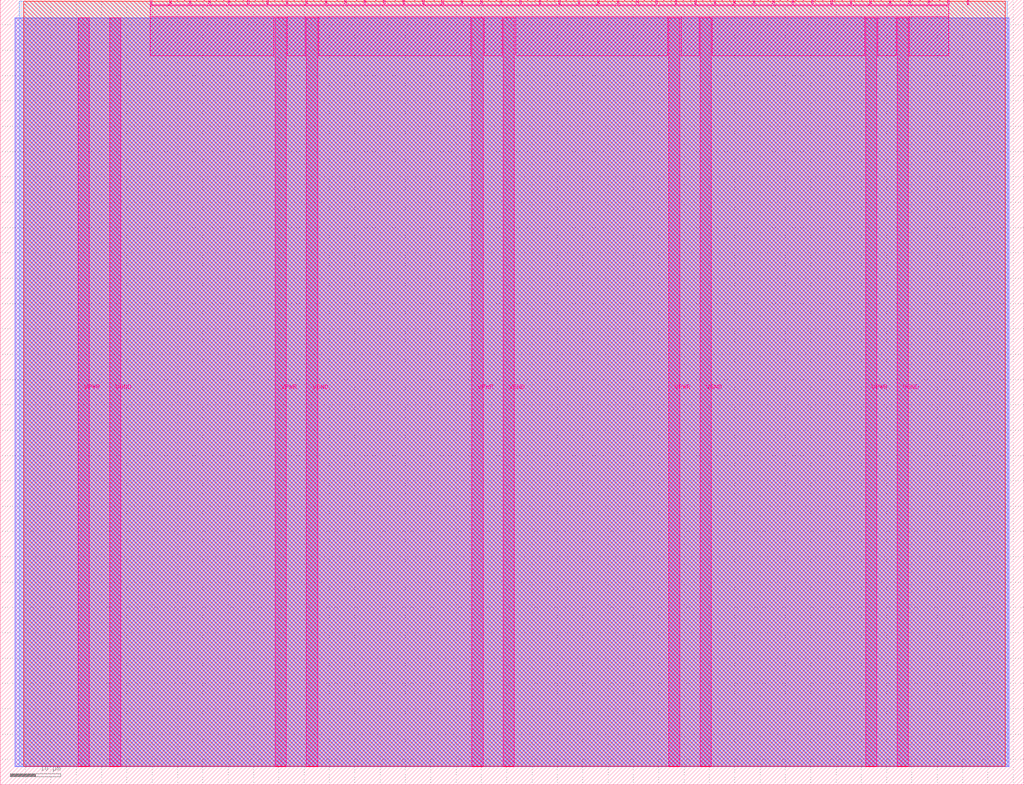
<source format=lef>
VERSION 5.7 ;
  NOWIREEXTENSIONATPIN ON ;
  DIVIDERCHAR "/" ;
  BUSBITCHARS "[]" ;
MACRO tt_um_kailinsley
  CLASS BLOCK ;
  FOREIGN tt_um_kailinsley ;
  ORIGIN 0.000 0.000 ;
  SIZE 202.080 BY 154.980 ;
  PIN VGND
    DIRECTION INOUT ;
    USE GROUND ;
    PORT
      LAYER Metal5 ;
        RECT 21.580 3.560 23.780 151.420 ;
    END
    PORT
      LAYER Metal5 ;
        RECT 60.450 3.560 62.650 151.420 ;
    END
    PORT
      LAYER Metal5 ;
        RECT 99.320 3.560 101.520 151.420 ;
    END
    PORT
      LAYER Metal5 ;
        RECT 138.190 3.560 140.390 151.420 ;
    END
    PORT
      LAYER Metal5 ;
        RECT 177.060 3.560 179.260 151.420 ;
    END
  END VGND
  PIN VPWR
    DIRECTION INOUT ;
    USE POWER ;
    PORT
      LAYER Metal5 ;
        RECT 15.380 3.560 17.580 151.420 ;
    END
    PORT
      LAYER Metal5 ;
        RECT 54.250 3.560 56.450 151.420 ;
    END
    PORT
      LAYER Metal5 ;
        RECT 93.120 3.560 95.320 151.420 ;
    END
    PORT
      LAYER Metal5 ;
        RECT 131.990 3.560 134.190 151.420 ;
    END
    PORT
      LAYER Metal5 ;
        RECT 170.860 3.560 173.060 151.420 ;
    END
  END VPWR
  PIN clk
    DIRECTION INPUT ;
    USE SIGNAL ;
    ANTENNAGATEAREA 0.213200 ;
    PORT
      LAYER Metal5 ;
        RECT 187.050 153.980 187.350 154.980 ;
    END
  END clk
  PIN ena
    DIRECTION INPUT ;
    USE SIGNAL ;
    PORT
      LAYER Metal5 ;
        RECT 190.890 153.980 191.190 154.980 ;
    END
  END ena
  PIN rst_n
    DIRECTION INPUT ;
    USE SIGNAL ;
    ANTENNAGATEAREA 0.527800 ;
    PORT
      LAYER Metal5 ;
        RECT 183.210 153.980 183.510 154.980 ;
    END
  END rst_n
  PIN ui_in[0]
    DIRECTION INPUT ;
    USE SIGNAL ;
    ANTENNAGATEAREA 0.180700 ;
    PORT
      LAYER Metal5 ;
        RECT 179.370 153.980 179.670 154.980 ;
    END
  END ui_in[0]
  PIN ui_in[1]
    DIRECTION INPUT ;
    USE SIGNAL ;
    ANTENNAGATEAREA 0.180700 ;
    PORT
      LAYER Metal5 ;
        RECT 175.530 153.980 175.830 154.980 ;
    END
  END ui_in[1]
  PIN ui_in[2]
    DIRECTION INPUT ;
    USE SIGNAL ;
    ANTENNAGATEAREA 0.180700 ;
    PORT
      LAYER Metal5 ;
        RECT 171.690 153.980 171.990 154.980 ;
    END
  END ui_in[2]
  PIN ui_in[3]
    DIRECTION INPUT ;
    USE SIGNAL ;
    ANTENNAGATEAREA 0.180700 ;
    PORT
      LAYER Metal5 ;
        RECT 167.850 153.980 168.150 154.980 ;
    END
  END ui_in[3]
  PIN ui_in[4]
    DIRECTION INPUT ;
    USE SIGNAL ;
    ANTENNAGATEAREA 0.180700 ;
    PORT
      LAYER Metal5 ;
        RECT 164.010 153.980 164.310 154.980 ;
    END
  END ui_in[4]
  PIN ui_in[5]
    DIRECTION INPUT ;
    USE SIGNAL ;
    ANTENNAGATEAREA 0.180700 ;
    PORT
      LAYER Metal5 ;
        RECT 160.170 153.980 160.470 154.980 ;
    END
  END ui_in[5]
  PIN ui_in[6]
    DIRECTION INPUT ;
    USE SIGNAL ;
    ANTENNAGATEAREA 0.213200 ;
    PORT
      LAYER Metal5 ;
        RECT 156.330 153.980 156.630 154.980 ;
    END
  END ui_in[6]
  PIN ui_in[7]
    DIRECTION INPUT ;
    USE SIGNAL ;
    ANTENNAGATEAREA 0.213200 ;
    PORT
      LAYER Metal5 ;
        RECT 152.490 153.980 152.790 154.980 ;
    END
  END ui_in[7]
  PIN uio_in[0]
    DIRECTION INPUT ;
    USE SIGNAL ;
    PORT
      LAYER Metal5 ;
        RECT 148.650 153.980 148.950 154.980 ;
    END
  END uio_in[0]
  PIN uio_in[1]
    DIRECTION INPUT ;
    USE SIGNAL ;
    PORT
      LAYER Metal5 ;
        RECT 144.810 153.980 145.110 154.980 ;
    END
  END uio_in[1]
  PIN uio_in[2]
    DIRECTION INPUT ;
    USE SIGNAL ;
    PORT
      LAYER Metal5 ;
        RECT 140.970 153.980 141.270 154.980 ;
    END
  END uio_in[2]
  PIN uio_in[3]
    DIRECTION INPUT ;
    USE SIGNAL ;
    PORT
      LAYER Metal5 ;
        RECT 137.130 153.980 137.430 154.980 ;
    END
  END uio_in[3]
  PIN uio_in[4]
    DIRECTION INPUT ;
    USE SIGNAL ;
    PORT
      LAYER Metal5 ;
        RECT 133.290 153.980 133.590 154.980 ;
    END
  END uio_in[4]
  PIN uio_in[5]
    DIRECTION INPUT ;
    USE SIGNAL ;
    PORT
      LAYER Metal5 ;
        RECT 129.450 153.980 129.750 154.980 ;
    END
  END uio_in[5]
  PIN uio_in[6]
    DIRECTION INPUT ;
    USE SIGNAL ;
    PORT
      LAYER Metal5 ;
        RECT 125.610 153.980 125.910 154.980 ;
    END
  END uio_in[6]
  PIN uio_in[7]
    DIRECTION INPUT ;
    USE SIGNAL ;
    PORT
      LAYER Metal5 ;
        RECT 121.770 153.980 122.070 154.980 ;
    END
  END uio_in[7]
  PIN uio_oe[0]
    DIRECTION OUTPUT ;
    USE SIGNAL ;
    ANTENNADIFFAREA 0.299200 ;
    PORT
      LAYER Metal5 ;
        RECT 56.490 153.980 56.790 154.980 ;
    END
  END uio_oe[0]
  PIN uio_oe[1]
    DIRECTION OUTPUT ;
    USE SIGNAL ;
    ANTENNADIFFAREA 0.299200 ;
    PORT
      LAYER Metal5 ;
        RECT 52.650 153.980 52.950 154.980 ;
    END
  END uio_oe[1]
  PIN uio_oe[2]
    DIRECTION OUTPUT ;
    USE SIGNAL ;
    ANTENNADIFFAREA 0.299200 ;
    PORT
      LAYER Metal5 ;
        RECT 48.810 153.980 49.110 154.980 ;
    END
  END uio_oe[2]
  PIN uio_oe[3]
    DIRECTION OUTPUT ;
    USE SIGNAL ;
    ANTENNADIFFAREA 0.299200 ;
    PORT
      LAYER Metal5 ;
        RECT 44.970 153.980 45.270 154.980 ;
    END
  END uio_oe[3]
  PIN uio_oe[4]
    DIRECTION OUTPUT ;
    USE SIGNAL ;
    ANTENNADIFFAREA 0.299200 ;
    PORT
      LAYER Metal5 ;
        RECT 41.130 153.980 41.430 154.980 ;
    END
  END uio_oe[4]
  PIN uio_oe[5]
    DIRECTION OUTPUT ;
    USE SIGNAL ;
    ANTENNADIFFAREA 0.299200 ;
    PORT
      LAYER Metal5 ;
        RECT 37.290 153.980 37.590 154.980 ;
    END
  END uio_oe[5]
  PIN uio_oe[6]
    DIRECTION OUTPUT ;
    USE SIGNAL ;
    ANTENNADIFFAREA 0.299200 ;
    PORT
      LAYER Metal5 ;
        RECT 33.450 153.980 33.750 154.980 ;
    END
  END uio_oe[6]
  PIN uio_oe[7]
    DIRECTION OUTPUT ;
    USE SIGNAL ;
    ANTENNADIFFAREA 0.299200 ;
    PORT
      LAYER Metal5 ;
        RECT 29.610 153.980 29.910 154.980 ;
    END
  END uio_oe[7]
  PIN uio_out[0]
    DIRECTION OUTPUT ;
    USE SIGNAL ;
    ANTENNADIFFAREA 0.299200 ;
    PORT
      LAYER Metal5 ;
        RECT 87.210 153.980 87.510 154.980 ;
    END
  END uio_out[0]
  PIN uio_out[1]
    DIRECTION OUTPUT ;
    USE SIGNAL ;
    ANTENNADIFFAREA 0.299200 ;
    PORT
      LAYER Metal5 ;
        RECT 83.370 153.980 83.670 154.980 ;
    END
  END uio_out[1]
  PIN uio_out[2]
    DIRECTION OUTPUT ;
    USE SIGNAL ;
    ANTENNADIFFAREA 0.299200 ;
    PORT
      LAYER Metal5 ;
        RECT 79.530 153.980 79.830 154.980 ;
    END
  END uio_out[2]
  PIN uio_out[3]
    DIRECTION OUTPUT ;
    USE SIGNAL ;
    ANTENNADIFFAREA 0.299200 ;
    PORT
      LAYER Metal5 ;
        RECT 75.690 153.980 75.990 154.980 ;
    END
  END uio_out[3]
  PIN uio_out[4]
    DIRECTION OUTPUT ;
    USE SIGNAL ;
    ANTENNADIFFAREA 0.299200 ;
    PORT
      LAYER Metal5 ;
        RECT 71.850 153.980 72.150 154.980 ;
    END
  END uio_out[4]
  PIN uio_out[5]
    DIRECTION OUTPUT ;
    USE SIGNAL ;
    ANTENNADIFFAREA 0.299200 ;
    PORT
      LAYER Metal5 ;
        RECT 68.010 153.980 68.310 154.980 ;
    END
  END uio_out[5]
  PIN uio_out[6]
    DIRECTION OUTPUT ;
    USE SIGNAL ;
    ANTENNADIFFAREA 0.299200 ;
    PORT
      LAYER Metal5 ;
        RECT 64.170 153.980 64.470 154.980 ;
    END
  END uio_out[6]
  PIN uio_out[7]
    DIRECTION OUTPUT ;
    USE SIGNAL ;
    ANTENNADIFFAREA 0.299200 ;
    PORT
      LAYER Metal5 ;
        RECT 60.330 153.980 60.630 154.980 ;
    END
  END uio_out[7]
  PIN uo_out[0]
    DIRECTION OUTPUT ;
    USE SIGNAL ;
    ANTENNAGATEAREA 0.762600 ;
    ANTENNADIFFAREA 0.632400 ;
    PORT
      LAYER Metal5 ;
        RECT 117.930 153.980 118.230 154.980 ;
    END
  END uo_out[0]
  PIN uo_out[1]
    DIRECTION OUTPUT ;
    USE SIGNAL ;
    ANTENNAGATEAREA 0.109200 ;
    ANTENNADIFFAREA 0.632400 ;
    PORT
      LAYER Metal5 ;
        RECT 114.090 153.980 114.390 154.980 ;
    END
  END uo_out[1]
  PIN uo_out[2]
    DIRECTION OUTPUT ;
    USE SIGNAL ;
    ANTENNAGATEAREA 0.109200 ;
    ANTENNADIFFAREA 0.632400 ;
    PORT
      LAYER Metal5 ;
        RECT 110.250 153.980 110.550 154.980 ;
    END
  END uo_out[2]
  PIN uo_out[3]
    DIRECTION OUTPUT ;
    USE SIGNAL ;
    ANTENNAGATEAREA 0.109200 ;
    ANTENNADIFFAREA 0.632400 ;
    PORT
      LAYER Metal5 ;
        RECT 106.410 153.980 106.710 154.980 ;
    END
  END uo_out[3]
  PIN uo_out[4]
    DIRECTION OUTPUT ;
    USE SIGNAL ;
    ANTENNAGATEAREA 0.592800 ;
    ANTENNADIFFAREA 0.632400 ;
    PORT
      LAYER Metal5 ;
        RECT 102.570 153.980 102.870 154.980 ;
    END
  END uo_out[4]
  PIN uo_out[5]
    DIRECTION OUTPUT ;
    USE SIGNAL ;
    ANTENNAGATEAREA 0.109200 ;
    ANTENNADIFFAREA 0.632400 ;
    PORT
      LAYER Metal5 ;
        RECT 98.730 153.980 99.030 154.980 ;
    END
  END uo_out[5]
  PIN uo_out[6]
    DIRECTION OUTPUT ;
    USE SIGNAL ;
    ANTENNAGATEAREA 0.109200 ;
    ANTENNADIFFAREA 0.632400 ;
    PORT
      LAYER Metal5 ;
        RECT 94.890 153.980 95.190 154.980 ;
    END
  END uo_out[6]
  PIN uo_out[7]
    DIRECTION OUTPUT ;
    USE SIGNAL ;
    ANTENNAGATEAREA 0.109200 ;
    ANTENNADIFFAREA 0.632400 ;
    PORT
      LAYER Metal5 ;
        RECT 91.050 153.980 91.350 154.980 ;
    END
  END uo_out[7]
  OBS
      LAYER GatPoly ;
        RECT 2.880 3.630 199.200 151.350 ;
      LAYER Metal1 ;
        RECT 2.880 3.560 199.200 151.420 ;
      LAYER Metal2 ;
        RECT 3.085 3.680 198.995 151.300 ;
      LAYER Metal3 ;
        RECT 3.740 3.635 198.820 154.705 ;
      LAYER Metal4 ;
        RECT 4.655 3.680 198.385 154.660 ;
      LAYER Metal5 ;
        RECT 30.120 153.770 33.240 153.980 ;
        RECT 33.960 153.770 37.080 153.980 ;
        RECT 37.800 153.770 40.920 153.980 ;
        RECT 41.640 153.770 44.760 153.980 ;
        RECT 45.480 153.770 48.600 153.980 ;
        RECT 49.320 153.770 52.440 153.980 ;
        RECT 53.160 153.770 56.280 153.980 ;
        RECT 57.000 153.770 60.120 153.980 ;
        RECT 60.840 153.770 63.960 153.980 ;
        RECT 64.680 153.770 67.800 153.980 ;
        RECT 68.520 153.770 71.640 153.980 ;
        RECT 72.360 153.770 75.480 153.980 ;
        RECT 76.200 153.770 79.320 153.980 ;
        RECT 80.040 153.770 83.160 153.980 ;
        RECT 83.880 153.770 87.000 153.980 ;
        RECT 87.720 153.770 90.840 153.980 ;
        RECT 91.560 153.770 94.680 153.980 ;
        RECT 95.400 153.770 98.520 153.980 ;
        RECT 99.240 153.770 102.360 153.980 ;
        RECT 103.080 153.770 106.200 153.980 ;
        RECT 106.920 153.770 110.040 153.980 ;
        RECT 110.760 153.770 113.880 153.980 ;
        RECT 114.600 153.770 117.720 153.980 ;
        RECT 118.440 153.770 121.560 153.980 ;
        RECT 122.280 153.770 125.400 153.980 ;
        RECT 126.120 153.770 129.240 153.980 ;
        RECT 129.960 153.770 133.080 153.980 ;
        RECT 133.800 153.770 136.920 153.980 ;
        RECT 137.640 153.770 140.760 153.980 ;
        RECT 141.480 153.770 144.600 153.980 ;
        RECT 145.320 153.770 148.440 153.980 ;
        RECT 149.160 153.770 152.280 153.980 ;
        RECT 153.000 153.770 156.120 153.980 ;
        RECT 156.840 153.770 159.960 153.980 ;
        RECT 160.680 153.770 163.800 153.980 ;
        RECT 164.520 153.770 167.640 153.980 ;
        RECT 168.360 153.770 171.480 153.980 ;
        RECT 172.200 153.770 175.320 153.980 ;
        RECT 176.040 153.770 179.160 153.980 ;
        RECT 179.880 153.770 183.000 153.980 ;
        RECT 183.720 153.770 186.840 153.980 ;
        RECT 29.660 151.630 187.300 153.770 ;
        RECT 29.660 143.915 54.040 151.630 ;
        RECT 56.660 143.915 60.240 151.630 ;
        RECT 62.860 143.915 92.910 151.630 ;
        RECT 95.530 143.915 99.110 151.630 ;
        RECT 101.730 143.915 131.780 151.630 ;
        RECT 134.400 143.915 137.980 151.630 ;
        RECT 140.600 143.915 170.650 151.630 ;
        RECT 173.270 143.915 176.850 151.630 ;
        RECT 179.470 143.915 187.300 151.630 ;
  END
END tt_um_kailinsley
END LIBRARY


</source>
